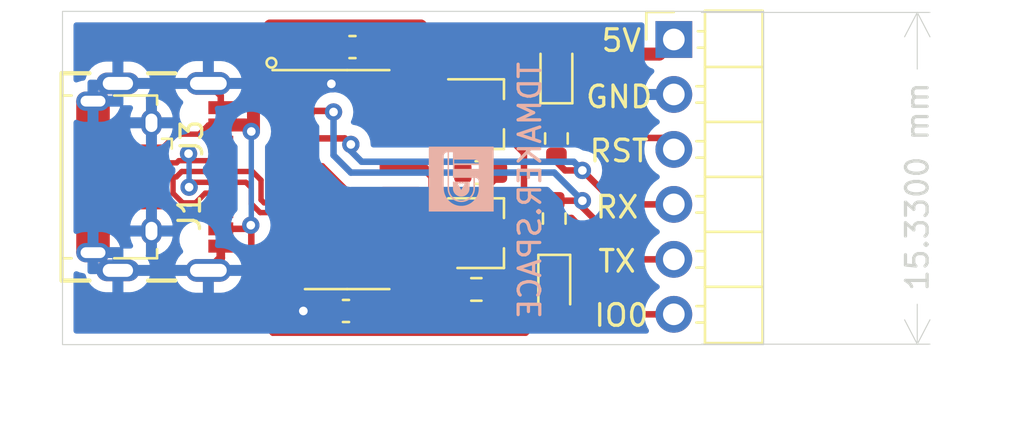
<source format=kicad_pcb>
(kicad_pcb (version 20211014) (generator pcbnew)
  (layers (0 "F.Cu" signal) (31 "B.Cu" signal) (34 "B.Paste" user) (35 "F.Paste" user) (36 "B.SilkS" user "B.Silkscreen") (37 "F.SilkS" user "F.Silkscreen") (38 "B.Mask" user) (39 "F.Mask" user) (44 "Edge.Cuts" user))
  (net 0 "")
  (net 1 "GND")
  (net 2 "+5V")
  (net 3 "Net-(C2-Pad2)")
  (net 12 "D+")
  (net 13 "D-")
  (net 17 "Net-(J2-Pad3)")
  (net 18 "Net-(J2-Pad4)")
  (net 19 "Net-(J2-Pad5)")
  (net 20 "Net-(J2-Pad6)")
  (net 21 "Net-(Q1-Pad2)")
  (net 22 "Net-(Q1-Pad1)")
  (net 23 "Net-(Q2-Pad1)")
  (net 24 "Net-(Q2-Pad2)")
  (net 25 "Net-(R1-Pad1)")
  (net 26 "Net-(R4-Pad1)")
  (footprint "Capacitor_SMD:C_0603_1608Metric" (layer "F.Cu") (at 99.25 98.285696)
    (fp_text reference "C2" hide)
    (fp_text value "100nF/16V")
    (fp_line (start -0.14058 0.51) (end 0.14058 0.51) (layer "F.SilkS") (width 0.12))
    (fp_line (start -0.14058 -0.51) (end 0.14058 -0.51) (layer "F.SilkS") (width 0.12))
    (pad "1" smd roundrect locked (at -0.775 0) (size 0.9 0.95) (layers "F.Cu" "F.Paste" "F.Mask") (net 1 "GND"))
    (pad "2" smd roundrect locked (at 0.775 0) (size 0.9 0.95) (layers "F.Cu" "F.Paste" "F.Mask") (net 3 "Net-(C2-Pad2)"))
  )
  (footprint "Resistor_SMD:R_0603_1608Metric" (layer "F.Cu") (at 105.275 97.29 180)
    (fp_text reference "R2" hide)
    (fp_text value "4K7")
    (fp_line (start -0.237258 0.5225) (end 0.237258 0.5225) (layer "F.SilkS") (width 0.12))
    (fp_line (start -0.237258 -0.5225) (end 0.237258 -0.5225) (layer "F.SilkS") (width 0.12))
    (pad "1" smd roundrect locked (at -0.825 0 180) (size 0.8 0.95) (layers "F.Cu" "F.Paste" "F.Mask") (net 22 "Net-(Q1-Pad1)"))
    (pad "2" smd roundrect locked (at 0.825 0 180) (size 0.8 0.95) (layers "F.Cu" "F.Paste" "F.Mask") (net 24 "Net-(Q2-Pad2)"))
  )
  (footprint "LED_SMD:LED_0603_1608Metric" (layer "F.Cu") (at 108.975 87.2025 90)
    (fp_text reference "RX1" hide)
    (fp_text value "LED")
    (fp_line (start -1.485 -0.735) (end -1.485 0.735) (layer "F.SilkS") (width 0.12))
    (fp_line (start 0.8 -0.735) (end -1.485 -0.735) (layer "F.SilkS") (width 0.12))
    (fp_line (start -1.485 0.735) (end 0.8 0.735) (layer "F.SilkS") (width 0.12))
    (pad "1" smd roundrect locked (at -0.7875 0 90) (size 0.875 0.95) (layers "F.Cu" "F.Paste" "F.Mask") (net 26 "Net-(R4-Pad1)"))
    (pad "2" smd roundrect locked (at 0.7875 0 90) (size 0.875 0.95) (layers "F.Cu" "F.Paste" "F.Mask") (net 2 "+5V"))
  )
  (footprint "Package_TO_SOT_SMD:SOT-23" (layer "F.Cu") (at 105.475 94.69)
    (fp_text reference "Q2" hide)
    (fp_text value "BC817")
    (fp_line (start 1.075 0.7) (end 1.075 1.61) (layer "F.SilkS") (width 0.12))
    (fp_line (start -1.075 1.61) (end 1.075 1.61) (layer "F.SilkS") (width 0.12))
    (fp_line (start 1.075 -1.61) (end 1.075 -0.7) (layer "F.SilkS") (width 0.12))
    (fp_line (start -1.5 -1.61) (end 1.075 -1.61) (layer "F.SilkS") (width 0.12))
    (pad "1" smd rect (at -1.2 -0.95) (size 1 0.7) (layers "F.Cu" "F.Paste" "F.Mask") (net 23 "Net-(Q2-Pad1)"))
    (pad "2" smd rect (at -1.2 0.95) (size 1 0.7) (layers "F.Cu" "F.Paste" "F.Mask") (net 24 "Net-(Q2-Pad2)"))
    (pad "3" smd rect (at 1.2 0) (size 1 0.7) (layers "F.Cu" "F.Paste" "F.Mask") (net 20 "Net-(J2-Pad6)"))
  )
  (footprint "Connector_USB:USB_Micro-B_Amphenol_10118194_Horizontal" (layer "F.Cu") (at 88.86 92.09 -90)
    (fp_text reference "J3" (at -1.775 -3.265 90) (layer "F.SilkS"))
    (fp_text value "USB_B_Micro")
    (fp_line (start -3.76 -1.66) (end -3.34 -1.66) (layer "F.SilkS") (width 0.12))
    (fp_line (start -3.76 0.32) (end -3.76 -1.66) (layer "F.SilkS") (width 0.12))
    (fp_line (start -3.76 2.69) (end -3.76 2.29) (layer "F.SilkS") (width 0.12))
    (fp_line (start -1.76 -1.89) (end -1.76 -2.34) (layer "F.SilkS") (width 0.12))
    (fp_line (start 3.76 0.32) (end 3.76 -1.66) (layer "F.SilkS") (width 0.12))
    (fp_line (start -1.31 -2.34) (end -1.76 -2.34) (layer "F.SilkS") (width 0.12))
    (fp_line (start 3.76 -1.66) (end 3.34 -1.66) (layer "F.SilkS") (width 0.12))
    (fp_line (start 3.76 2.29) (end 3.76 2.69) (layer "F.SilkS") (width 0.12))
    (pad "1" smd rect locked (at -1.3 -1.4 270) (size 0.4 1.35) (layers "F.Cu" "F.Paste" "F.Mask") (net 2 "+5V"))
    (pad "2" smd rect locked (at -0.65 -1.4 270) (size 0.4 1.35) (layers "F.Cu" "F.Paste" "F.Mask") (net 13 "D-"))
    (pad "3" smd rect locked (at 0 -1.4 270) (size 0.4 1.35) (layers "F.Cu" "F.Paste" "F.Mask") (net 12 "D+"))
    (pad "4" smd rect locked (at 0.65 -1.4 270) (size 0.4 1.35) (layers "F.Cu" "F.Paste" "F.Mask"))
    (pad "5" smd rect locked (at 1.3 -1.4 270) (size 0.4 1.35) (layers "F.Cu" "F.Paste" "F.Mask") (net 1 "GND"))
    (pad "6" thru_hole oval locked (at -2.5 -1.4 270) (size 1.25 0.95) (drill oval 0.85 0.55) (layers *.Cu *.Mask) (net 1 "GND"))
    (pad "6" thru_hole oval locked (at 3.5 1.3 270) (size 0.89 1.55) (drill oval 0.5 1.15) (layers *.Cu *.Mask) (net 1 "GND"))
    (pad "6" smd rect locked (at -2.9 1.3 270) (size 1.2 1.55) (layers "F.Cu" "F.Paste" "F.Mask") (net 1 "GND"))
    (pad "6" thru_hole oval locked (at -3.5 1.3 270) (size 0.89 1.55) (drill oval 0.5 1.15) (layers *.Cu *.Mask) (net 1 "GND"))
    (pad "6" smd rect locked (at -1 1.3 270) (size 1.5 1.55) (layers "F.Cu" "F.Paste" "F.Mask") (net 1 "GND"))
    (pad "6" smd rect locked (at 2.9 1.3 270) (size 1.2 1.55) (layers "F.Cu" "F.Paste" "F.Mask") (net 1 "GND"))
    (pad "6" thru_hole oval locked (at 2.5 -1.4 270) (size 1.25 0.95) (drill oval 0.85 0.55) (layers *.Cu *.Mask) (net 1 "GND"))
    (pad "6" smd rect locked (at 1 1.3 270) (size 1.5 1.55) (layers "F.Cu" "F.Paste" "F.Mask") (net 1 "GND"))
  )
  (footprint "Package_SO:SOIC-16_3.9x9.9mm_P1.27mm" (layer "F.Cu") (at 99.304304 92.215)
    (fp_text reference "U1" hide)
    (fp_text value "CH340C")
    (fp_line (start 0 5.06) (end 1.95 5.06) (layer "F.SilkS") (width 0.12))
    (fp_line (start 0 -5.06) (end 1.95 -5.06) (layer "F.SilkS") (width 0.12))
    (fp_line (start 0 5.06) (end -1.95 5.06) (layer "F.SilkS") (width 0.12))
    (fp_line (start 0 -5.06) (end -3.45 -5.06) (layer "F.SilkS") (width 0.12))
    (fp_circle (center -3.5 -5.4) (end -3.3 -5.5) (layer "F.SilkS") (width 0.12) (fill none))
    (pad "1" smd roundrect (at -2.475 -4.445) (size 1.95 0.6) (layers "F.Cu" "F.Paste" "F.Mask") (net 1 "GND"))
    (pad "2" smd roundrect (at -2.475 -3.175) (size 1.95 0.6) (layers "F.Cu" "F.Paste" "F.Mask") (net 19 "Net-(J2-Pad5)"))
    (pad "3" smd roundrect (at -2.475 -1.905) (size 1.95 0.6) (layers "F.Cu" "F.Paste" "F.Mask") (net 18 "Net-(J2-Pad4)"))
    (pad "4" smd roundrect (at -2.475 -0.635) (size 1.95 0.6) (layers "F.Cu" "F.Paste" "F.Mask") (net 3 "Net-(C2-Pad2)"))
    (pad "5" smd roundrect (at -2.475 0.635) (size 1.95 0.6) (layers "F.Cu" "F.Paste" "F.Mask") (net 12 "D+"))
    (pad "6" smd roundrect (at -2.475 1.905) (size 1.95 0.6) (layers "F.Cu" "F.Paste" "F.Mask") (net 13 "D-"))
    (pad "7" smd roundrect (at -2.475 3.175) (size 1.95 0.6) (layers "F.Cu" "F.Paste" "F.Mask"))
    (pad "8" smd roundrect (at -2.475 4.445) (size 1.95 0.6) (layers "F.Cu" "F.Paste" "F.Mask"))
    (pad "9" smd roundrect (at 2.475 4.445) (size 1.95 0.6) (layers "F.Cu" "F.Paste" "F.Mask"))
    (pad "10" smd roundrect (at 2.475 3.175) (size 1.95 0.6) (layers "F.Cu" "F.Paste" "F.Mask"))
    (pad "11" smd roundrect (at 2.475 1.905) (size 1.95 0.6) (layers "F.Cu" "F.Paste" "F.Mask"))
    (pad "12" smd roundrect (at 2.475 0.635) (size 1.95 0.6) (layers "F.Cu" "F.Paste" "F.Mask"))
    (pad "13" smd roundrect (at 2.475 -0.635) (size 1.95 0.6) (layers "F.Cu" "F.Paste" "F.Mask") (net 24 "Net-(Q2-Pad2)"))
    (pad "14" smd roundrect (at 2.475 -1.905) (size 1.95 0.6) (layers "F.Cu" "F.Paste" "F.Mask") (net 21 "Net-(Q1-Pad2)"))
    (pad "15" smd roundrect (at 2.475 -3.175) (size 1.95 0.6) (layers "F.Cu" "F.Paste" "F.Mask"))
    (pad "16" smd roundrect (at 2.475 -4.445) (size 1.95 0.6) (layers "F.Cu" "F.Paste" "F.Mask") (net 2 "+5V"))
  )
  (footprint "Package_TO_SOT_SMD:SOT-23" (layer "F.Cu") (at 105.475 89.19)
    (fp_text reference "Q1" hide)
    (fp_text value "BC817")
    (fp_line (start 1.075 0.7) (end 1.075 1.61) (layer "F.SilkS") (width 0.12))
    (fp_line (start -1.075 1.61) (end 1.075 1.61) (layer "F.SilkS") (width 0.12))
    (fp_line (start 1.075 -1.61) (end 1.075 -0.7) (layer "F.SilkS") (width 0.12))
    (fp_line (start -1.5 -1.61) (end 1.075 -1.61) (layer "F.SilkS") (width 0.12))
    (pad "1" smd rect (at -1.2 -0.95) (size 1 0.7) (layers "F.Cu" "F.Paste" "F.Mask") (net 22 "Net-(Q1-Pad1)"))
    (pad "2" smd rect (at -1.2 0.95) (size 1 0.7) (layers "F.Cu" "F.Paste" "F.Mask") (net 21 "Net-(Q1-Pad2)"))
    (pad "3" smd rect (at 1.2 0) (size 1 0.7) (layers "F.Cu" "F.Paste" "F.Mask") (net 17 "Net-(J2-Pad3)"))
  )
  (footprint "Resistor_SMD:R_0603_1608Metric" (layer "F.Cu") (at 108.875 94.015 90)
    (fp_text reference "R1" hide)
    (fp_text value "4K7")
    (fp_line (start -0.237258 -0.5225) (end 0.237258 -0.5225) (layer "F.SilkS") (width 0.12))
    (fp_line (start -0.237258 0.5225) (end 0.237258 0.5225) (layer "F.SilkS") (width 0.12))
    (pad "1" smd roundrect locked (at -0.825 0 90) (size 0.8 0.95) (layers "F.Cu" "F.Paste" "F.Mask") (net 25 "Net-(R1-Pad1)"))
    (pad "2" smd roundrect locked (at 0.825 0 90) (size 0.8 0.95) (layers "F.Cu" "F.Paste" "F.Mask") (net 19 "Net-(J2-Pad5)"))
  )
  (footprint "Resistor_SMD:R_0603_1608Metric" (layer "F.Cu") (at 108.975 90.315 -90)
    (fp_text reference "R4" hide)
    (fp_text value "4K7")
    (fp_line (start -0.237258 0.5225) (end 0.237258 0.5225) (layer "F.SilkS") (width 0.12))
    (fp_line (start -0.237258 -0.5225) (end 0.237258 -0.5225) (layer "F.SilkS") (width 0.12))
    (pad "1" smd roundrect locked (at -0.825 0 270) (size 0.8 0.95) (layers "F.Cu" "F.Paste" "F.Mask") (net 26 "Net-(R4-Pad1)"))
    (pad "2" smd roundrect locked (at 0.825 0 270) (size 0.8 0.95) (layers "F.Cu" "F.Paste" "F.Mask") (net 18 "Net-(J2-Pad4)"))
  )
  (footprint "0_Custom_Lib:GCT_USB4105-GF-A" (layer "F.Cu") (at 88.71 92.09 -90)
    (fp_text reference "J1" (at 1.675 -3.315 90) (layer "F.SilkS"))
    (fp_text value "USB4105-GF-A")
    (fp_line (start -4.79 1.32) (end -4.79 2.6) (layer "F.SilkS") (width 0.2))
    (fp_line (start -4.79 -2.65) (end -4.79 -1.4) (layer "F.SilkS") (width 0.2))
    (fp_line (start 4.79 -2.65) (end 4.79 -1.4) (layer "F.SilkS") (width 0.2))
    (fp_line (start 4.79 2.6) (end 4.79 1.32) (layer "F.SilkS") (width 0.2))
    (fp_line (start -4.79 2.6) (end 4.79 2.6) (layer "F.SilkS") (width 0.2))
    (pad "" np_thru_hole circle (at 2.89 -3.68 270) (size 0.65 0.65) (drill 0.65) (layers *.Cu *.Mask))
    (pad "" np_thru_hole circle (at -2.89 -3.68 270) (size 0.65 0.65) (drill 0.65) (layers *.Cu *.Mask))
    (pad "A1_B12" smd rect (at -3.2 -4.755 270) (size 0.6 1.15) (layers "F.Cu" "F.Paste" "F.Mask") (net 1 "GND"))
    (pad "A4_B9" smd rect (at -2.4 -4.755 270) (size 0.6 1.15) (layers "F.Cu" "F.Paste" "F.Mask") (net 2 "+5V"))
    (pad "A5" smd rect (at -1.25 -4.755 270) (size 0.3 1.15) (layers "F.Cu" "F.Paste" "F.Mask"))
    (pad "A6" smd rect (at -0.25 -4.755 270) (size 0.3 1.15) (layers "F.Cu" "F.Paste" "F.Mask") (net 12 "D+"))
    (pad "A7" smd rect (at 0.25 -4.755 270) (size 0.3 1.15) (layers "F.Cu" "F.Paste" "F.Mask") (net 13 "D-"))
    (pad "A8" smd rect (at 1.25 -4.755 270) (size 0.3 1.15) (layers "F.Cu" "F.Paste" "F.Mask"))
    (pad "B1_A12" smd rect (at 3.2 -4.755 270) (size 0.6 1.15) (layers "F.Cu" "F.Paste" "F.Mask") (net 1 "GND"))
    (pad "B4_A9" smd rect (at 2.4 -4.755 270) (size 0.6 1.15) (layers "F.Cu" "F.Paste" "F.Mask") (net 2 "+5V"))
    (pad "B5" smd rect (at 1.75 -4.755 270) (size 0.3 1.15) (layers "F.Cu" "F.Paste" "F.Mask"))
    (pad "B6" smd rect (at 0.75 -4.755 270) (size 0.3 1.15) (layers "F.Cu" "F.Paste" "F.Mask") (net 12 "D+"))
    (pad "B7" smd rect (at -0.75 -4.755 270) (size 0.3 1.15) (layers "F.Cu" "F.Paste" "F.Mask") (net 13 "D-"))
    (pad "B8" smd rect (at -1.75 -4.755 270) (size 0.3 1.15) (layers "F.Cu" "F.Paste" "F.Mask"))
    (pad "S1" thru_hole oval (at -4.32 -4.18 270) (size 1.05 2.1) (drill oval 0.6 1.7) (layers *.Cu *.Mask) (net 1 "GND"))
    (pad "S2" thru_hole oval (at -4.32 0 270) (size 1 2) (drill oval 0.6 1.4) (layers *.Cu *.Mask) (net 1 "GND"))
    (pad "S3" thru_hole oval (at 4.32 0 270) (size 1 2) (drill oval 0.6 1.4) (layers *.Cu *.Mask) (net 1 "GND"))
    (pad "S4" thru_hole oval (at 4.32 -4.18 270) (size 1.05 2.1) (drill oval 0.6 1.7) (layers *.Cu *.Mask) (net 1 "GND"))
  )
  (footprint "Capacitor_SMD:C_0603_1608Metric" (layer "F.Cu") (at 99.55 86.09)
    (fp_text reference "C1" hide)
    (fp_text value "1uF/16V")
    (fp_line (start -0.14058 0.51) (end 0.14058 0.51) (layer "F.SilkS") (width 0.12))
    (fp_line (start -0.14058 -0.51) (end 0.14058 -0.51) (layer "F.SilkS") (width 0.12))
    (pad "1" smd roundrect locked (at -0.775 0) (size 0.9 0.95) (layers "F.Cu" "F.Paste" "F.Mask") (net 1 "GND"))
    (pad "2" smd roundrect locked (at 0.775 0) (size 0.9 0.95) (layers "F.Cu" "F.Paste" "F.Mask") (net 2 "+5V"))
  )
  (footprint "Resistor_SMD:R_0603_1608Metric" (layer "F.Cu") (at 105.475 91.89 180)
    (fp_text reference "R3" hide)
    (fp_text value "4K7")
    (fp_line (start -0.237258 -0.5225) (end 0.237258 -0.5225) (layer "F.SilkS") (width 0.12))
    (fp_line (start -0.237258 0.5225) (end 0.237258 0.5225) (layer "F.SilkS") (width 0.12))
    (pad "1" smd roundrect locked (at -0.825 0 180) (size 0.8 0.95) (layers "F.Cu" "F.Paste" "F.Mask") (net 23 "Net-(Q2-Pad1)"))
    (pad "2" smd roundrect locked (at 0.825 0 180) (size 0.8 0.95) (layers "F.Cu" "F.Paste" "F.Mask") (net 21 "Net-(Q1-Pad2)"))
  )
  (footprint "Connector_PinHeader_2.54mm:PinHeader_1x06_P2.54mm_Horizontal" (layer "F.Cu") (at 114.4 85.74)
    (fp_text reference "J2" hide)
    (fp_text value "Conn_01x06_Male")
    (fp_line (start -1.27 -1.27) (end 0 -1.27) (layer "F.SilkS") (width 0.12))
    (fp_line (start 1.44 6.35) (end 4.1 6.35) (layer "F.SilkS") (width 0.12))
    (fp_line (start 1.042929 5.46) (end 1.44 5.46) (layer "F.SilkS") (width 0.12))
    (fp_line (start -1.27 0) (end -1.27 -1.27) (layer "F.SilkS") (width 0.12))
    (fp_line (start 1.042929 9.78) (end 1.44 9.78) (layer "F.SilkS") (width 0.12))
    (fp_line (start 1.44 3.81) (end 4.1 3.81) (layer "F.SilkS") (width 0.12))
    (fp_line (start 1.042929 13.08) (end 1.44 13.08) (layer "F.SilkS") (width 0.12))
    (fp_line (start 1.44 8.89) (end 4.1 8.89) (layer "F.SilkS") (width 0.12))
    (fp_line (start 1.44 11.43) (end 4.1 11.43) (layer "F.SilkS") (width 0.12))
    (fp_line (start 1.042929 2.92) (end 1.44 2.92) (layer "F.SilkS") (width 0.12))
    (fp_line (start 1.44 -1.33) (end 1.44 14.03) (layer "F.SilkS") (width 0.12))
    (fp_line (start 1.44 1.27) (end 4.1 1.27) (layer "F.SilkS") (width 0.12))
    (fp_line (start 1.042929 12.32) (end 1.44 12.32) (layer "F.SilkS") (width 0.12))
    (fp_line (start 1.042929 8) (end 1.44 8) (layer "F.SilkS") (width 0.12))
    (fp_line (start 1.44 14.03) (end 4.1 14.03) (layer "F.SilkS") (width 0.12))
    (fp_line (start 1.11 -0.38) (end 1.44 -0.38) (layer "F.SilkS") (width 0.12))
    (fp_line (start 1.042929 4.7) (end 1.44 4.7) (layer "F.SilkS") (width 0.12))
    (fp_line (start 1.042929 2.16) (end 1.44 2.16) (layer "F.SilkS") (width 0.12))
    (fp_line (start 1.042929 10.54) (end 1.44 10.54) (layer "F.SilkS") (width 0.12))
    (fp_line (start 4.1 14.03) (end 4.1 -1.33) (layer "F.SilkS") (width 0.12))
    (fp_line (start 1.042929 7.24) (end 1.44 7.24) (layer "F.SilkS") (width 0.12))
    (fp_line (start 4.1 -1.33) (end 1.44 -1.33) (layer "F.SilkS") (width 0.12))
    (fp_line (start 1.11 0.38) (end 1.44 0.38) (layer "F.SilkS") (width 0.12))
    (pad "1" thru_hole rect (at 0 0) (size 1.7 1.7) (drill 1) (layers *.Cu *.Mask) (net 2 "+5V"))
    (pad "2" thru_hole oval (at 0 2.54) (size 1.7 1.7) (drill 1) (layers *.Cu *.Mask) (net 1 "GND"))
    (pad "3" thru_hole oval (at 0 5.08) (size 1.7 1.7) (drill 1) (layers *.Cu *.Mask) (net 17 "Net-(J2-Pad3)"))
    (pad "4" thru_hole oval (at 0 7.62) (size 1.7 1.7) (drill 1) (layers *.Cu *.Mask) (net 18 "Net-(J2-Pad4)"))
    (pad "5" thru_hole oval (at 0 10.16) (size 1.7 1.7) (drill 1) (layers *.Cu *.Mask) (net 19 "Net-(J2-Pad5)"))
    (pad "6" thru_hole oval (at 0 12.7) (size 1.7 1.7) (drill 1) (layers *.Cu *.Mask) (net 20 "Net-(J2-Pad6)"))
  )
  (footprint "LED_SMD:LED_0603_1608Metric" (layer "F.Cu") (at 108.875 97.1775 -90)
    (fp_text reference "TX1" hide)
    (fp_text value "LED")
    (fp_line (start 0.8 -0.735) (end -1.485 -0.735) (layer "F.SilkS") (width 0.12))
    (fp_line (start -1.485 -0.735) (end -1.485 0.735) (layer "F.SilkS") (width 0.12))
    (fp_line (start -1.485 0.735) (end 0.8 0.735) (layer "F.SilkS") (width 0.12))
    (pad "1" smd roundrect locked (at -0.7875 0 270) (size 0.875 0.95) (layers "F.Cu" "F.Paste" "F.Mask") (net 25 "Net-(R1-Pad1)"))
    (pad "2" smd roundrect locked (at 0.7875 0 270) (size 0.875 0.95) (layers "F.Cu" "F.Paste" "F.Mask") (net 2 "+5V"))
  )
  (footprint "LOGO" (layer "B.Cu") (at 104.575 92.19 -90)
    (fp_text reference "G***" hide)
    (fp_text value "LOGO" hide)
    (fp_poly (pts (xy 0.176518 -0.055078) (xy 0.180798 -0.058197) (xy 0.183543 -0.062839) (xy 0.184059 -0.0688) (xy 0.183909 -0.069756) (xy 0.18153 -0.075301) (xy 0.177265 -0.079321) (xy 0.171974 -0.081258) (xy 0.166936 -0.080724) (xy 0.161194 -0.077192) (xy 0.157733 -0.072053) (xy 0.156901 -0.066025) (xy 0.157921 -0.061998) (xy 0.161404 -0.056945) (xy 0.166127 -0.054246) (xy 0.171396 -0.053693)) (layer "B.SilkS") (width 0) (fill solid))
    (fp_poly (pts (xy 0.282507 -0.073837) (xy 0.232748 -0.073837) (xy 0.232748 -0.060996) (xy 0.282507 -0.060996)) (layer "B.SilkS") (width 0) (fill solid))
    (fp_poly (pts (xy 0.313914 0.383629) (xy 0.339048 0.383613) (xy 0.361394 0.383578) (xy 0.381162 0.383516) (xy 0.398564 0.38342) (xy 0.413811 0.383284) (xy 0.427113 0.3831) (xy 0.438682 0.382861) (xy 0.448729 0.38256) (xy 0.457465 0.382189) (xy 0.465101 0.381742) (xy 0.471847 0.381211) (xy 0.477915 0.380589) (xy 0.483516 0.37987) (xy 0.488861 0.379045) (xy 0.494161 0.378108) (xy 0.499626 0.377052) (xy 0.503546 0.376262) (xy 0.537053 0.367844) (xy 0.569287 0.356569) (xy 0.600114 0.342579) (xy 0.6294 0.326019) (xy 0.657012 0.307032) (xy 0.682816 0.285761) (xy 0.706678 0.26235) (xy 0.728464 0.236943) (xy 0.748042 0.209683) (xy 0.765277 0.180714) (xy 0.780035 0.150179) (xy 0.792183 0.118222) (xy 0.801588 0.084986) (xy 0.808115 0.050615) (xy 0.808351 0.048957) (xy 0.809508 0.038211) (xy 0.810347 0.025269) (xy 0.810861 0.010982) (xy 0.811042 -0.003801) (xy 0.810884 -0.018228) (xy 0.810379 -0.03145) (xy 0.80952 -0.042617) (xy 0.809153 -0.045747) (xy 0.802978 -0.081065) (xy 0.793932 -0.115175) (xy 0.782114 -0.147941) (xy 0.76762 -0.179225) (xy 0.750547 -0.208889) (xy 0.730993 -0.236795) (xy 0.709056 -0.262806) (xy 0.684833 -0.286784) (xy 0.65842 -0.308592) (xy 0.629916 -0.328092) (xy 0.599418 -0.345146) (xy 0.596316 -0.346685) (xy 0.577873 -0.355319) (xy 0.560774 -0.362372) (xy 0.543859 -0.368276) (xy 0.525971 -0.373462) (xy 0.521103 -0.374724) (xy 0.514474 -0.376413) (xy 0.508486 -0.377922) (xy 0.502928 -0.379261) (xy 0.49759 -0.380442) (xy 0.492262 -0.381474) (xy 0.486733 -0.382369) (xy 0.480793 -0.383138) (xy 0.474233 -0.383791) (xy 0.466841 -0.384338) (xy 0.458407 -0.384792) (xy 0.448722 -0.385161) (xy 0.437574 -0.385458) (xy 0.424755 -0.385692) (xy 0.410052 -0.385875) (xy 0.393257 -0.386018) (xy 0.374158 -0.38613) (xy 0.352547 -0.386223) (xy 0.328211 -0.386307) (xy 0.300941 -0.386393) (xy 0.291737 -0.386423) (xy 0.118781 -0.386977) (xy 0.118781 -0.067684) (xy 0.149279 -0.067684) (xy 0.150728 -0.073993) (xy 0.154545 -0.079974) (xy 0.15994 -0.084832) (xy 0.166122 -0.087771) (xy 0.169772 -0.088284) (xy 0.175831 -0.087167) (xy 0.181873 -0.084305) (xy 0.186448 -0.080425) (xy 0.18706 -0.079589) (xy 0.188798 -0.077378) (xy 0.190963 -0.07613) (xy 0.194456 -0.075576) (xy 0.200177 -0.075443) (xy 0.200829 -0.075442) (xy 0.211881 -0.075442) (xy 0.211881 -0.118781) (xy 0.211916 -0.1302) (xy 0.212015 -0.140492) (xy 0.21217 -0.149243) (xy 0.212369 -0.156041) (xy 0.212605 -0.16047) (xy 0.212867 -0.162118) (xy 0.212877 -0.162121) (xy 0.214389 -0.161359) (xy 0.218522 -0.159144) (xy 0.225087 -0.155578) (xy 0.2339 -0.150763) (xy 0.244771 -0.144803) (xy 0.257514 -0.137801) (xy 0.271941 -0.129859) (xy 0.287867 -0.12108) (xy 0.305103 -0.111568) (xy 0.323462 -0.101425) (xy 0.342758 -0.090754) (xy 0.358097 -0.082264) (xy 0.377963 -0.071251) (xy 0.397014 -0.060665) (xy 0.415062 -0.050611) (xy 0.431924 -0.041193) (xy 0.447415 -0.032515) (xy 0.461348 -0.024681) (xy 0.473539 -0.017796) (xy 0.483803 -0.011964) (xy 0.491954 -0.00729) (xy 0.497808 -0.003876) (xy 0.501179 -0.001829) (xy 0.501966 -0.001248) (xy 0.500543 -0.000326) (xy 0.496496 0.002045) (xy 0.490012 0.005761) (xy 0.481277 0.010717) (xy 0.470477 0.01681) (xy 0.457797 0.023933) (xy 0.443425 0.031984) (xy 0.427545 0.040858) (xy 0.410345 0.05045) (xy 0.392009 0.060656) (xy 0.372725 0.071372) (xy 0.357147 0.080016) (xy 0.212683 0.160119) (xy 0.211881 0.114169) (xy 0.211078 0.068219) (xy 0.201126 0.067743) (xy 0.195627 0.067567) (xy 0.19239 0.067928) (xy 0.190472 0.069163) (xy 0.18893 0.071609) (xy 0.188608 0.072229) (xy 0.184351 0.07759) (xy 0.178386 0.081582) (xy 0.171944 0.08342) (xy 0.170924 0.083462) (xy 0.163946 0.08204) (xy 0.1576 0.078224) (xy 0.152613 0.072718) (xy 0.149717 0.066225) (xy 0.149279 0.062601) (xy 0.150762 0.055869) (xy 0.154725 0.049749) (xy 0.160437 0.044945) (xy 0.167169 0.042158) (xy 0.170924 0.04174) (xy 0.175662 0.04264) (xy 0.180782 0.044891) (xy 0.185069 0.047834) (xy 0.187226 0.050572) (xy 0.188571 0.051889) (xy 0.19174 0.052645) (xy 0.197315 0.05295) (xy 0.200014 0.05297) (xy 0.211881 0.05297) (xy 0.211881 -0.059391) (xy 0.200701 -0.059391) (xy 0.194627 -0.059263) (xy 0.19095 -0.058744) (xy 0.188863 -0.057627) (xy 0.187757 -0.056094) (xy 0.184033 -0.051902) (xy 0.178412 -0.048537) (xy 0.172204 -0.046707) (xy 0.170146 -0.046561) (xy 0.163057 -0.048049) (xy 0.156798 -0.052046) (xy 0.152056 -0.057857) (xy 0.149521 -0.064784) (xy 0.149279 -0.067684) (xy 0.118781 -0.067684) (xy 0.118781 0.383633) (xy 0.285781 0.383633)) (layer "B.SilkS") (width 0) (fill solid))
    (fp_poly (pts (xy 0.264851 0.069022) (xy 0.282507 0.069022) (xy 0.282507 0.054575) (xy 0.264851 0.054575) (xy 0.264851 0.036919) (xy 0.250404 0.036919) (xy 0.250404 0.054575) (xy 0.232563 0.054575) (xy 0.233057 0.061397) (xy 0.23355 0.068219) (xy 0.241896 0.068702) (xy 0.250242 0.069184) (xy 0.250725 0.07753) (xy 0.251207 0.085876) (xy 0.258029 0.08637) (xy 0.264851 0.086863)) (layer "B.SilkS") (width 0) (fill solid))
    (fp_poly (pts (xy 1.500821 -1.500821) (xy -1.499216 -1.500821) (xy -1.499216 0.324242) (xy -0.900529 0.324242) (xy -0.90011 -0.168943) (xy -0.89969 -0.662127) (xy -0.895277 -0.678141) (xy -0.887451 -0.700736) (xy -0.876989 -0.721705) (xy -0.864105 -0.740877) (xy -0.849011 -0.758084) (xy -0.831921 -0.773155) (xy -0.813049 -0.785921) (xy -0.792607 -0.796211) (xy -0.77081 -0.803856) (xy -0.74787 -0.808685) (xy -0.729143 -0.810396) (xy -0.723926 -0.810604) (xy -0.646878 -0.810604) (xy -0.470311 -0.810604) (xy -0.470311 0.324242) (xy -0.646878 0.324242) (xy -0.646878 -0.810604) (xy -0.723926 -0.810604) (xy -0.723926 0.324242) (xy -0.900529 0.324242) (xy -1.499216 0.324242) (xy -1.499216 0.561805) (xy -1.239181 0.561805) (xy -1.239181 0.383633) (xy -0.057786 0.383633) (xy -0.057786 -0.56341) (xy 0.199441 -0.563404) (xy 0.237079 -0.563393) (xy 0.272205 -0.563359) (xy 0.304758 -0.563304) (xy 0.334679 -0.563229) (xy 0.361909 -0.563132) (xy 0.386388 -0.563016) (xy 0.408058 -0.562879) (xy 0.426858 -0.562724) (xy 0.442729 -0.562548) (xy 0.455612 -0.562355) (xy 0.465448 -0.562142) (xy 0.472176 -0.561912) (xy 0.475126 -0.56173) (xy 0.517128 -0.556355) (xy 0.558205 -0.547967) (xy 0.598227 -0.536663) (xy 0.637063 -0.522541) (xy 0.674583 -0.505697) (xy 0.710656 -0.486231) (xy 0.745152 -0.464238) (xy 0.77794 -0.439816) (xy 0.808891 -0.413062) (xy 0.837873 -0.384075) (xy 0.864756 -0.35295) (xy 0.88941 -0.319787) (xy 0.911705 -0.284681) (xy 0.931509 -0.24773) (xy 0.948693 -0.209032) (xy 0.949158 -0.207868) (xy 0.9616 -0.173332) (xy 0.971679 -0.138067) (xy 0.979541 -0.101475) (xy 0.985333 -0.062962) (xy 0.98585 -0.058588) (xy 0.986763 -0.047965) (xy 0.987404 -0.034866) (xy 0.987778 -0.020015) (xy 0.98789 -0.004135) (xy 0.987745 0.012051) (xy 0.987348 0.02782) (xy 0.986705 0.042449) (xy 0.98582 0.055214) (xy 0.984967 0.063404) (xy 0.977993 0.106191) (xy 0.968105 0.147786) (xy 0.955378 0.18808) (xy 0.939891 0.226963) (xy 0.921718 0.264327) (xy 0.900939 0.300063) (xy 0.877628 0.334063) (xy 0.851863 0.366216) (xy 0.82372 0.396414) (xy 0.793276 0.424549) (xy 0.760609 0.450511) (xy 0.725794 0.474191) (xy 0.688909 0.495481) (xy 0.675771 0.502225) (xy 0.63886 0.519091) (xy 0.601798 0.53297) (xy 0.56419 0.543969) (xy 0.525637 0.55219) (xy 0.485744 0.557738) (xy 0.455864 0.560143) (xy 0.451905 0.560276) (xy 0.44476 0.560404) (xy 0.434453 0.560526) (xy 0.421011 0.560643) (xy 0.404457 0.560755) (xy 0.384816 0.560861) (xy 0.362112 0.560961) (xy 0.336371 0.561056) (xy 0.307617 0.561146) (xy 0.275875 0.561229) (xy 0.241169 0.561307) (xy 0.203524 0.56138) (xy 0.162965 0.561446) (xy 0.119516 0.561507) (xy 0.073202 0.561562) (xy 0.024048 0.56161) (xy -0.027922 0.561653) (xy -0.082682 0.56169) (xy -0.140209 0.561721) (xy -0.200478 0.561745) (xy -0.263463 0.561763) (xy -0.329141 0.561776) (xy -0.397486 0.561781) (xy -0.405703 0.561782) (xy -1.239181 0.561805) (xy -1.499216 0.561805) (xy -1.499216 0.630827) (xy -1.239181 0.630827) (xy -0.394467 0.63082) (xy -0.323012 0.630816) (xy -0.254556 0.630806) (xy -0.189111 0.63079) (xy -0.126686 0.630767) (xy -0.067291 0.630738) (xy -0.010934 0.630703) (xy 0.042374 0.630662) (xy 0.092624 0.630614) (xy 0.139807 0.63056) (xy 0.183912 0.630501) (xy 0.22493 0.630434) (xy 0.262852 0.630362) (xy 0.297668 0.630284) (xy 0.329368 0.630199) (xy 0.357944 0.630109) (xy 0.383384 0.630012) (xy 0.40568 0.629909) (xy 0.424823 0.6298) (xy 0.440802 0.629686) (xy 0.453608 0.629565) (xy 0.463232 0.629438) (xy 0.469664 0.629305) (xy 0.472719 0.629181) (xy 0.5181 0.624314) (xy 0.562548 0.616415) (xy 0.605949 0.605549) (xy 0.64819 0.591778) (xy 0.689158 0.575167) (xy 0.728741 0.555779) (xy 0.766824 0.53368) (xy 0.803294 0.508932) (xy 0.838039 0.481601) (xy 0.870946 0.451749) (xy 0.9019 0.41944) (xy 0.93079 0.38474) (xy 0.949362 0.359576) (xy 0.960306 0.343448) (xy 0.970441 0.3273) (xy 0.980233 0.310329) (xy 0.990151 0.291734) (xy 0.998421 0.275284) (xy 1.016494 0.235393) (xy 1.031488 0.19535) (xy 1.043456 0.154908) (xy 1.052453 0.113818) (xy 1.058533 0.071831) (xy 1.061749 0.028701) (xy 1.062156 -0.015823) (xy 1.062114 -0.017655) (xy 1.060901 -0.046904) (xy 1.058645 -0.074106) (xy 1.055207 -0.100296) (xy 1.050452 -0.126507) (xy 1.044243 -0.153772) (xy 1.043963 -0.154898) (xy 1.031757 -0.197229) (xy 1.016601 -0.238467) (xy 0.998614 -0.278466) (xy 0.977915 -0.317077) (xy 0.954622 -0.354151) (xy 0.928854 -0.389542) (xy 0.900729 -0.423102) (xy 0.870366 -0.454682) (xy 0.837884 -0.484134) (xy 0.803401 -0.511312) (xy 0.767037 -0.536066) (xy 0.728908 -0.558249) (xy 0.714338 -0.565796) (xy 0.677669 -0.582823) (xy 0.640663 -0.597257) (xy 0.602845 -0.609237) (xy 0.563739 -0.618903) (xy 0.52287 -0.626395) (xy 0.494388 -0.630252) (xy 0.491109 -0.63061) (xy 0.487526 -0.630938) (xy 0.483485 -0.631237) (xy 0.478829 -0.631508) (xy 0.473403 -0.631754) (xy 0.46705 -0.631977) (xy 0.459615 -0.632178) (xy 0.450941 -0.632359) (xy 0.440874 -0.632522) (xy 0.429256 -0.632669) (xy 0.415932 -0.632801) (xy 0.400746 -0.632921) (xy 0.383542 -0.63303) (xy 0.364164 -0.63313) (xy 0.342457 -0.633223) (xy 0.318264 -0.63331) (xy 0.291429 -0.633394) (xy 0.261797 -0.633477) (xy 0.229211 -0.633559) (xy 0.206451 -0.633613) (xy -0.058211 -0.634234) (xy -0.057097 -0.647962) (xy -0.053762 -0.670299) (xy -0.04753 -0.692224) (xy -0.038627 -0.713084) (xy -0.028922 -0.729797) (xy -0.019657 -0.742906) (xy -0.010598 -0.753825) (xy -0.000971 -0.763418) (xy 0.007637 -0.770701) (xy 0.027325 -0.784394) (xy 0.048364 -0.795337) (xy 0.07043 -0.803397) (xy 0.093199 -0.808441) (xy 0.101927 -0.809535) (xy 0.104346 -0.809615) (xy 0.109766 -0.809686) (xy 0.11798 -0.809749) (xy 0.12878 -0.809802) (xy 0.141956 -0.809846) (xy 0.157301 -0.80988) (xy 0.174607 -0.809904) (xy 0.193665 -0.809918) (xy 0.214266 -0.80992) (xy 0.236203 -0.809912) (xy 0.259267 -0.809892) (xy 0.28325 -0.809861) (xy 0.295349 -0.809841) (xy 0.324492 -0.809785) (xy 0.350617 -0.809724) (xy 0.373919 -0.809654) (xy 0.394589 -0.809574) (xy 0.412821 -0.80948) (xy 0.428807 -0.80937) (xy 0.442742 -0.809241) (xy 0.454816 -0.80909) (xy 0.465225 -0.808914) (xy 0.474161 -0.808711) (xy 0.481816 -0.808478) (xy 0.488384 -0.808212) (xy 0.494057 -0.80791) (xy 0.499029 -0.80757) (xy 0.503494 -0.807189) (xy 0.507141 -0.806818) (xy 0.547925 -0.801616) (xy 0.586429 -0.795064) (xy 0.623349 -0.787014) (xy 0.659384 -0.777312) (xy 0.693428 -0.76643) (xy 0.740437 -0.748589) (xy 0.786158 -0.727859) (xy 0.830454 -0.704348) (xy 0.873191 -0.67816) (xy 0.914235 -0.649404) (xy 0.953451 -0.618186) (xy 0.990704 -0.584611) (xy 1.025861 -0.548787) (xy 1.058786 -0.510821) (xy 1.089345 -0.470819) (xy 1.115234 -0.432341) (xy 1.141079 -0.388437) (xy 1.164004 -0.343225) (xy 1.18398 -0.296798) (xy 1.200975 -0.249249) (xy 1.214958 -0.200671) (xy 1.225898 -0.151157) (xy 1.233764 -0.100801) (xy 1.237548 -0.063572) (xy 1.238136 -0.053801) (xy 1.238585 -0.04159) (xy 1.238897 -0.027598) (xy 1.23907 -0.012483) (xy 1.239106 0.003095) (xy 1.239004 0.018477) (xy 1.238764 0.033004) (xy 1.238387 0.046016) (xy 1.237872 0.056855) (xy 1.237518 0.061799) (xy 1.231966 0.111076) (xy 1.223744 0.1588) (xy 1.212774 0.20531) (xy 1.198977 0.25095) (xy 1.185119 0.288928) (xy 1.165271 0.335031) (xy 1.142704 0.379536) (xy 1.117532 0.422357) (xy 1.089868 0.463405) (xy 1.059828 0.502592) (xy 1.027525 0.53983) (xy 0.993074 0.575031) (xy 0.956589 0.608107) (xy 0.918184 0.638971) (xy 0.877973 0.667533) (xy 0.836071 0.693707) (xy 0.792591 0.717403) (xy 0.747648 0.738535) (xy 0.701357 0.757014) (xy 0.65383 0.772751) (xy 0.605183 0.78566) (xy 0.55553 0.795652) (xy 0.520873 0.800783) (xy 0.509738 0.802072) (xy 0.496777 0.803382) (xy 0.483369 0.804585) (xy 0.470896 0.805551) (xy 0.4671 0.805803) (xy 0.463566 0.805954) (xy 0.457869 0.806096) (xy 0.449964 0.80623) (xy 0.439807 0.806354) (xy 0.427353 0.806469) (xy 0.412556 0.806576) (xy 0.395372 0.806674) (xy 0.375756 0.806764) (xy 0.353662 0.806845) (xy 0.329046 0.806918) (xy 0.301864 0.806982) (xy 0.272069 0.807039) (xy 0.239617 0.807087) (xy 0.204462 0.807127) (xy 0.166561 0.807158) (xy 0.125868 0.807182) (xy 0.082338 0.807198) (xy 0.035926 0.807206) (xy -0.013413 0.807207) (xy -0.065723 0.8072) (xy -0.121051 0.807185) (xy -0.17944 0.807162) (xy -0.240936 0.807132) (xy -0.305583 0.807095) (xy -0.325847 0.807082) (xy -1.090704 0.806591) (xy -1.106718 0.802177) (xy -1.129336 0.79435) (xy -1.150404 0.783859) (xy -1.16972 0.770899) (xy -1.187082 0.755669) (xy -1.202289 0.738365) (xy -1.21514 0.719183) (xy -1.225432 0.69832) (xy -1.231846 0.680013) (xy -1.234165 0.670854) (xy -1.236239 0.660544) (xy -1.237884 0.650205) (xy -1.238918 0.640955) (xy -1.239181 0.635283) (xy -1.239181 0.630827) (xy -1.499216 0.630827) (xy -1.499216 1.497611) (xy 1.500821 1.497611)) (layer "B.SilkS") (width 0) (fill solid))
    (fp_poly (pts (xy 0.176095 0.075406) (xy 0.180725 0.071707) (xy 0.183624 0.065768) (xy 0.184023 0.063884) (xy 0.183553 0.058124) (xy 0.180649 0.053376) (xy 0.176042 0.050114) (xy 0.170462 0.048814) (xy 0.164642 0.049952) (xy 0.163495 0.050524) (xy 0.159108 0.054581) (xy 0.157007 0.05996) (xy 0.15717 0.065746) (xy 0.15958 0.071028) (xy 0.164017 0.07479) (xy 0.170328 0.076542)) (layer "B.SilkS") (width 0) (fill solid))
  )
  (gr_rect (start 86.15 84.44) (end 118.55 99.84) (layer "Edge.Cuts") (width 0.05) (fill none))
  (gr_text "TDMAKER.SPACE" (at 107.75 92.715 90) (layer "B.SilkS") (effects (font (size 1 1)) (justify mirror)))
  (gr_text "GND" (at 111.875 88.39) (layer "F.SilkS") (effects (font (size 1 1))))
  (gr_text "TX" (at 111.775 95.99) (layer "F.SilkS") (effects (font (size 1 1))))
  (gr_text "RST" (at 111.875 90.89) (layer "F.SilkS") (effects (font (size 1 1))))
  (gr_text "5V" (at 111.975 85.79) (layer "F.SilkS") (effects (font (size 1 1))))
  (gr_text "RX" (at 111.775 93.49) (layer "F.SilkS") (effects (font (size 1 1))))
  (gr_text "IO0" (at 111.975 98.49) (layer "F.SilkS") (effects (font (size 1 1))))
  (dimension (type aligned) (layer "Edge.Cuts") (pts (xy 115.175 99.82) (xy 115.175 84.49)) (height 10.475) (gr_text "15.3300 mm" (at 125.65 92.54 90) (layer "Edge.Cuts") (effects (font (size 1 1) (thickness 0.15)))) (format (units 3) (units_format 1) (precision 4)) (style (thickness 0.05) (arrow_length 1.27) (text_position_mode 2) (extension_height 0.58642) (extension_offset 0.5) keep_text_aligned))
  (segment (start 87.56 91.09) (end 87.56 89.19) (width 0.25) (layer "F.Cu") (net 1))
  (segment (start 98.475 98.285696) (end 97.279304 98.285696) (width 0.3) (layer "F.Cu") (net 1))
  (segment (start 87.56 95.38) (end 87.56 95.59) (width 0.25) (layer "F.Cu") (net 1))
  (segment (start 93.465 88.89) (end 93.465 88.345) (width 0.3) (layer "F.Cu") (net 1))
  (segment (start 98.775 86.09) (end 98.775 87.59) (width 0.3) (layer "F.Cu") (net 1))
  (segment (start 93.465 95.835) (end 93.465 95.29) (width 0.4) (layer "F.Cu") (net 1))
  (segment (start 90.26 93.39) (end 89.55 93.39) (width 0.25) (layer "F.Cu") (net 1))
  (segment (start 93.465 88.345) (end 92.89 87.77) (width 0.3) (layer "F.Cu") (net 1))
  (segment (start 97.275 98.29) (end 97.279304 98.285696) (width 0.3) (layer "F.Cu") (net 1))
  (segment (start 98.775 87.59) (end 98.575 87.79) (width 0.3) (layer "F.Cu") (net 1))
  (segment (start 89.55 93.39) (end 87.56 95.38) (width 0.25) (layer "F.Cu") (net 1))
  (segment (start 92.89 96.41) (end 93.465 95.835) (width 0.4) (layer "F.Cu") (net 1))
  (segment (start 87.56 93.09) (end 87.56 94.99) (width 0.25) (layer "F.Cu") (net 1))
  (segment (start 98.555 87.77) (end 98.575 87.79) (width 0.3) (layer "F.Cu") (net 1))
  (segment (start 96.829304 87.77) (end 98.555 87.77) (width 0.3) (layer "F.Cu") (net 1))
  (via (at 98.575 87.79) (size 0.8) (drill 0.4) (layers "F.Cu" "B.Cu") (net 1))
  (via (at 97.279304 98.285696) (size 0.8) (drill 0.4) (layers "F.Cu" "B.Cu") (net 1))
  (segment (start 103.2 86.965) (end 103.2 86.415) (width 0.6) (layer "F.Cu") (net 2))
  (segment (start 92.464273 90.115) (end 91.41 90.115) (width 0.25) (layer "F.Cu") (net 2))
  (segment (start 94.875 89.99) (end 94.975 89.89) (width 0.6) (layer "F.Cu") (net 2))
  (segment (start 102.70048 85.11548) (end 103.2 85.615) (width 0.6) (layer "F.Cu") (net 2))
  (segment (start 93.465 89.69) (end 92.889273 89.69) (width 0.25) (layer "F.Cu") (net 2))
  (segment (start 100.34952 85.11548) (end 102.70048 85.11548) (width 0.6) (layer "F.Cu") (net 2))
  (segment (start 90.735 90.79) (end 90.26 90.79) (width 0.25) (layer "F.Cu") (net 2))
  (segment (start 94.875 94.49) (end 94.875 98.29) (width 0.3) (layer "F.Cu") (net 2))
  (segment (start 94.975 89.89) (end 94.975 85.89) (width 0.6) (layer "F.Cu") (net 2))
  (segment (start 100.325 86.09) (end 100.325 85.14) (width 0.6) (layer "F.Cu") (net 2))
  (segment (start 108.975 86.415) (end 113.725 86.415) (width 0.6) (layer "F.Cu") (net 2))
  (segment (start 103.2 86.415) (end 108.975 86.415) (width 0.6) (layer "F.Cu") (net 2))
  (segment (start 102.395 87.77) (end 103.2 86.965) (width 0.6) (layer "F.Cu") (net 2))
  (segment (start 94.575 89.69) (end 93.465 89.69) (width 0.6) (layer "F.Cu") (net 2))
  (segment (start 91.41 90.115) (end 90.735 90.79) (width 0.25) (layer "F.Cu") (net 2))
  (segment (start 101.779304 87.77) (end 102.395 87.77) (width 0.6) (layer "F.Cu") (net 2))
  (segment (start 100.325 85.14) (end 100.34952 85.11548) (width 0.6) (layer "F.Cu") (net 2))
  (segment (start 107.55 99.29) (end 108.875 97.965) (width 0.3) (layer "F.Cu") (net 2))
  (segment (start 95.74952 85.11548) (end 100.34952 85.11548) (width 0.6) (layer "F.Cu") (net 2))
  (segment (start 94.875 89.99) (end 94.575 89.69) (width 0.6) (layer "F.Cu") (net 2))
  (segment (start 94.875 98.29) (end 95.875 99.29) (width 0.3) (layer "F.Cu") (net 2))
  (segment (start 93.465 94.49) (end 94.875 94.49) (width 0.3) (layer "F.Cu") (net 2))
  (segment (start 94.975 85.89) (end 95.74952 85.11548) (width 0.6) (layer "F.Cu") (net 2))
  (segment (start 103.2 85.615) (end 103.2 86.415) (width 0.6) (layer "F.Cu") (net 2))
  (segment (start 95.875 99.29) (end 107.55 99.29) (width 0.3) (layer "F.Cu") (net 2))
  (segment (start 113.725 86.415) (end 114.4 85.74) (width 0.6) (layer "F.Cu") (net 2))
  (segment (start 92.889273 89.69) (end 92.464273 90.115) (width 0.25) (layer "F.Cu") (net 2))
  (via (at 94.875 89.99) (size 0.8) (drill 0.4) (layers "F.Cu" "B.Cu") (net 2))
  (via (at 94.851097 94.322376) (size 0.8) (drill 0.4) (layers "F.Cu" "B.Cu") (net 2))
  (segment (start 94.875 94.298473) (end 94.875 89.99) (width 0.25) (layer "B.Cu") (net 2))
  (segment (start 94.851097 94.322376) (end 94.875 94.298473) (width 0.25) (layer "B.Cu") (net 2))
  (segment (start 96.829304 91.58) (end 98.165 91.58) (width 0.25) (layer "F.Cu") (net 3))
  (segment (start 100.025 93.44) (end 100.025 98.285696) (width 0.25) (layer "F.Cu") (net 3))
  (segment (start 98.165 91.58) (end 100.025 93.44) (width 0.25) (layer "F.Cu") (net 3))
  (segment (start 95.467619 93.29) (end 95.775 93.29) (width 0.25) (layer "F.Cu") (net 12))
  (segment (start 93.465 92.84) (end 92.749114 92.84) (width 0.25) (layer "F.Cu") (net 12))
  (segment (start 93.465 91.84) (end 94.925 91.84) (width 0.25) (layer "F.Cu") (net 12))
  (segment (start 91.259511 92.848625) (end 91.259511 92.174511) (width 0.25) (layer "F.Cu") (net 12))
  (segment (start 95.775 93.29) (end 96.215 92.85) (width 0.25) (layer "F.Cu") (net 12))
  (segment (start 90.26 92.09) (end 91.175 92.09) (width 0.25) (layer "F.Cu") (net 12))
  (segment (start 94.925 91.84) (end 95.32452 92.23952) (width 0.25) (layer "F.Cu") (net 12))
  (segment (start 96.215 92.85) (end 96.829304 92.85) (width 0.25) (layer "F.Cu") (net 12))
  (segment (start 92.300103 93.289011) (end 91.699897 93.289011) (width 0.25) (layer "F.Cu") (net 12))
  (segment (start 95.32452 93.146901) (end 95.467619 93.29) (width 0.25) (layer "F.Cu") (net 12))
  (segment (start 91.175 92.09) (end 91.410717 92.09) (width 0.25) (layer "F.Cu") (net 12))
  (segment (start 92.749114 92.84) (end 92.300103 93.289011) (width 0.25) (layer "F.Cu") (net 12))
  (segment (start 91.410717 92.09) (end 91.660717 91.84) (width 0.25) (layer "F.Cu") (net 12))
  (segment (start 91.259511 92.174511) (end 91.175 92.09) (width 0.25) (layer "F.Cu") (net 12))
  (segment (start 91.660717 91.84) (end 93.465 91.84) (width 0.25) (layer "F.Cu") (net 12))
  (segment (start 91.699897 93.289011) (end 91.259511 92.848625) (width 0.25) (layer "F.Cu") (net 12))
  (segment (start 95.32452 92.23952) (end 95.32452 93.146901) (width 0.25) (layer "F.Cu") (net 12))
  (segment (start 92 91.04) (end 91.975 91.015) (width 0.25) (layer "F.Cu") (net 13))
  (segment (start 94.625 92.34) (end 94.875 92.59) (width 0.25) (layer "F.Cu") (net 13))
  (segment (start 92 91.34) (end 91.525 91.34) (width 0.25) (layer "F.Cu") (net 13))
  (segment (start 96.105 94.12) (end 96.829304 94.12) (width 0.25) (layer "F.Cu") (net 13))
  (segment (start 93.465 92.34) (end 94.625 92.34) (width 0.25) (layer "F.Cu") (net 13))
  (segment (start 94.875 92.59) (end 94.875 93.333099) (width 0.25) (layer "F.Cu") (net 13))
  (segment (start 91.425 91.44) (end 90.26 91.44) (width 0.25) (layer "F.Cu") (net 13))
  (segment (start 92 91.34) (end 92 91.04) (width 0.25) (layer "F.Cu") (net 13))
  (segment (start 91.525 91.34) (end 91.425 91.44) (width 0.25) (layer "F.Cu") (net 13))
  (segment (start 92.2245 92.34) (end 93.465 92.34) (width 0.25) (layer "F.Cu") (net 13))
  (segment (start 93.465 91.34) (end 92 91.34) (width 0.25) (layer "F.Cu") (net 13))
  (segment (start 95.72452 93.73952) (end 96.105 94.12) (width 0.25) (layer "F.Cu") (net 13))
  (segment (start 94.875 93.333099) (end 95.281422 93.73952) (width 0.25) (layer "F.Cu") (net 13))
  (segment (start 92 92.5645) (end 92.2245 92.34) (width 0.25) (layer "F.Cu") (net 13))
  (segment (start 95.281422 93.73952) (end 95.72452 93.73952) (width 0.25) (layer "F.Cu") (net 13))
  (via (at 92 92.5645) (size 0.8) (drill 0.4) (layers "F.Cu" "B.Cu") (net 13))
  (via (at 91.975 91.015) (size 0.8) (drill 0.4) (layers "F.Cu" "B.Cu") (net 13))
  (segment (start 92 91.04) (end 91.975 91.015) (width 0.25) (layer "B.Cu") (net 13))
  (segment (start 92 92.5645) (end 92 91.04) (width 0.25) (layer "B.Cu") (net 13))
  (segment (start 113.87 90.29) (end 114.4 90.82) (width 0.3) (layer "F.Cu") (net 17))
  (segment (start 107.775 90.29) (end 113.87 90.29) (width 0.3) (layer "F.Cu") (net 17))
  (segment (start 106.675 89.19) (end 107.775 90.29) (width 0.3) (layer "F.Cu") (net 17))
  (segment (start 109.375 91.79) (end 110.175 91.79) (width 0.3) (layer "F.Cu") (net 18))
  (segment (start 108.975 91.14) (end 108.975 91.39) (width 0.3) (layer "F.Cu") (net 18))
  (segment (start 111.745 93.36) (end 114.4 93.36) (width 0.3) (layer "F.Cu") (net 18))
  (segment (start 99.475 90.59) (end 99.195 90.31) (width 0.3) (layer "F.Cu") (net 18))
  (segment (start 99.195 90.31) (end 96.829304 90.31) (width 0.3) (layer "F.Cu") (net 18))
  (segment (start 108.975 91.39) (end 109.375 91.79) (width 0.3) (layer "F.Cu") (net 18))
  (segment (start 110.175 91.79) (end 111.745 93.36) (width 0.3) (layer "F.Cu") (net 18))
  (via (at 99.475 90.59) (size 0.8) (drill 0.4) (layers "F.Cu" "B.Cu") (net 18))
  (via (at 110.175 91.79) (size 0.8) (drill 0.4) (layers "F.Cu" "B.Cu") (net 18))
  (segment (start 99.475 90.89) (end 99.475 90.59) (width 0.3) (layer "B.Cu") (net 18))
  (segment (start 110.175 91.79) (end 109.775 91.39) (width 0.3) (layer "B.Cu") (net 18))
  (segment (start 99.975 91.39) (end 99.475 90.89) (width 0.3) (layer "B.Cu") (net 18))
  (segment (start 109.775 91.39) (end 99.975 91.39) (width 0.3) (layer "B.Cu") (net 18))
  (segment (start 112.585 95.9) (end 114.4 95.9) (width 0.3) (layer "F.Cu") (net 19))
  (segment (start 110.175 93.19) (end 108.875 93.19) (width 0.3) (layer "F.Cu") (net 19))
  (segment (start 98.625 89.04) (end 98.675 89.09) (width 0.3) (layer "F.Cu") (net 19))
  (segment (start 96.829304 89.04) (end 98.625 89.04) (width 0.3) (layer "F.Cu") (net 19))
  (segment (start 110.175 93.49) (end 112.585 95.9) (width 0.3) (layer "F.Cu") (net 19))
  (segment (start 110.175 93.19) (end 110.175 93.49) (width 0.3) (layer "F.Cu") (net 19))
  (via (at 98.675 89.09) (size 0.8) (drill 0.4) (layers "F.Cu" "B.Cu") (net 19))
  (via (at 110.175 93.19) (size 0.8) (drill 0.4) (layers "F.Cu" "B.Cu") (net 19))
  (segment (start 98.675 91.09) (end 98.675 89.09) (width 0.3) (layer "B.Cu") (net 19))
  (segment (start 99.475 91.89) (end 98.675 91.09) (width 0.3) (layer "B.Cu") (net 19))
  (segment (start 110.175 93.19) (end 108.875 91.89) (width 0.3) (layer "B.Cu") (net 19))
  (segment (start 108.875 91.89) (end 99.475 91.89) (width 0.3) (layer "B.Cu") (net 19))
  (segment (start 110.275 94.59) (end 110.275 95.89) (width 0.3) (layer "F.Cu") (net 20))
  (segment (start 112.825 98.44) (end 114.4 98.44) (width 0.3) (layer "F.Cu") (net 20))
  (segment (start 107.375 93.99) (end 109.675 93.99) (width 0.3) (layer "F.Cu") (net 20))
  (segment (start 109.675 93.99) (end 110.275 94.59) (width 0.3) (layer "F.Cu") (net 20))
  (segment (start 110.275 95.89) (end 112.825 98.44) (width 0.3) (layer "F.Cu") (net 20))
  (segment (start 106.675 94.69) (end 107.375 93.99) (width 0.3) (layer "F.Cu") (net 20))
  (segment (start 101.779304 90.31) (end 104.105 90.31) (width 0.6) (layer "F.Cu") (net 21))
  (segment (start 104.105 90.31) (end 104.275 90.14) (width 0.6) (layer "F.Cu") (net 21))
  (segment (start 104.65 91.89) (end 104.65 90.515) (width 0.6) (layer "F.Cu") (net 21))
  (segment (start 104.65 90.515) (end 104.445 90.31) (width 0.6) (layer "F.Cu") (net 21))
  (segment (start 104.445 90.31) (end 104.105 90.31) (width 0.6) (layer "F.Cu") (net 21))
  (segment (start 105.475 89.89) (end 106.075 90.49) (width 0.3) (layer "F.Cu") (net 22))
  (segment (start 107.475 90.99) (end 107.475 92.89) (width 0.3) (layer "F.Cu") (net 22))
  (segment (start 106.975 93.39) (end 106.175 93.39) (width 0.3) (layer "F.Cu") (net 22))
  (segment (start 106.975 90.49) (end 107.475 90.99) (width 0.3) (layer "F.Cu") (net 22))
  (segment (start 105.475 89.49) (end 105.475 89.89) (width 0.3) (layer "F.Cu") (net 22))
  (segment (start 104.275 88.24) (end 104.275 88.29) (width 0.3) (layer "F.Cu") (net 22))
  (segment (start 106.075 90.49) (end 106.975 90.49) (width 0.3) (layer "F.Cu") (net 22))
  (segment (start 105.475 94.09) (end 105.475 96.665) (width 0.3) (layer "F.Cu") (net 22))
  (segment (start 107.475 92.89) (end 106.975 93.39) (width 0.3) (layer "F.Cu") (net 22))
  (segment (start 104.275 88.29) (end 105.475 89.49) (width 0.3) (layer "F.Cu") (net 22))
  (segment (start 106.175 93.39) (end 105.475 94.09) (width 0.3) (layer "F.Cu") (net 22))
  (segment (start 105.475 96.665) (end 106.1 97.29) (width 0.3) (layer "F.Cu") (net 22))
  (segment (start 104.525 93.74) (end 106.3 91.965) (width 0.4) (layer "F.Cu") (net 23))
  (segment (start 104.275 93.74) (end 104.525 93.74) (width 0.4) (layer "F.Cu") (net 23))
  (segment (start 106.3 91.965) (end 106.3 91.89) (width 0.4) (layer "F.Cu") (net 23))
  (segment (start 104.275 97.115) (end 104.45 97.29) (width 0.4) (layer "F.Cu") (net 24))
  (segment (start 101.779304 91.58) (end 102.765 91.58) (width 0.4) (layer "F.Cu") (net 24))
  (segment (start 102.765 91.58) (end 103.25048 92.06548) (width 0.4) (layer "F.Cu") (net 24))
  (segment (start 103.25048 92.06548) (end 103.25048 94.61548) (width 0.4) (layer "F.Cu") (net 24))
  (segment (start 103.25048 94.61548) (end 104.275 95.64) (width 0.4) (layer "F.Cu") (net 24))
  (segment (start 104.275 95.64) (end 104.275 97.115) (width 0.4) (layer "F.Cu") (net 24))
  (segment (start 108.875 94.84) (end 108.875 96.39) (width 0.3) (layer "F.Cu") (net 25))
  (segment (start 108.975 89.49) (end 108.975 87.99) (width 0.3) (layer "F.Cu") (net 26))
  (zone (net 1) (net_name "GND") (layer "B.Cu") (connect_pads (clearance 0.508)) (min_thickness 0.254) (fill yes (thermal_gap 0.508) (thermal_bridge_width 0.508))
    (polygon (pts (xy 115.675 99.69) (xy 86.275 99.69) (xy 86.275 84.59) (xy 115.675 84.59)))
  )
)
</source>
